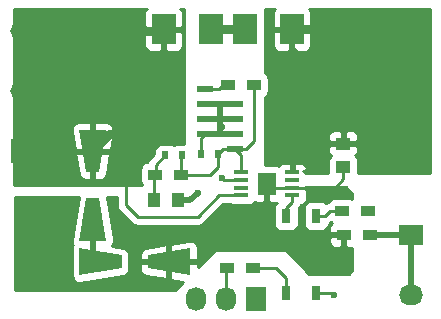
<source format=gtl>
G04 #@! TF.FileFunction,Copper,L1,Top,Signal*
%FSLAX46Y46*%
G04 Gerber Fmt 4.6, Leading zero omitted, Abs format (unit mm)*
G04 Created by KiCad (PCBNEW 0.201511171411+6319~30~ubuntu15.10.1-product) date Fr 04 Dez 2015 11:52:51 CET*
%MOMM*%
G01*
G04 APERTURE LIST*
%ADD10C,0.100000*%
%ADD11R,1.727200X2.032000*%
%ADD12O,1.727200X2.032000*%
%ADD13R,3.000000X1.727200*%
%ADD14O,3.000000X1.727200*%
%ADD15R,3.000000X2.000000*%
%ADD16R,2.032000X1.727200*%
%ADD17O,2.032000X1.727200*%
%ADD18R,2.000000X2.500000*%
%ADD19R,1.250000X1.000000*%
%ADD20R,1.000000X1.250000*%
%ADD21R,0.600000X0.700000*%
%ADD22R,1.270000X0.381000*%
%ADD23R,1.570000X1.890000*%
%ADD24R,1.399540X0.599440*%
%ADD25R,2.799080X4.000500*%
%ADD26R,1.200000X0.900000*%
%ADD27R,0.800100X1.300480*%
%ADD28C,0.600000*%
%ADD29C,1.524000*%
%ADD30C,0.508000*%
%ADD31C,0.254000*%
%ADD32C,0.762000*%
%ADD33C,2.540000*%
G04 APERTURE END LIST*
D10*
D11*
X169037000Y-85725000D03*
D12*
X166497000Y-85725000D03*
X163957000Y-85725000D03*
D13*
X181991000Y-62738000D03*
D14*
X181991000Y-67818000D03*
X181991000Y-72898000D03*
D15*
X149733000Y-73152000D03*
D14*
X149733000Y-68072000D03*
X149733000Y-62992000D03*
D16*
X182118000Y-80264000D03*
D17*
X182118000Y-85344000D03*
D10*
G36*
X163451540Y-81400650D02*
X163451540Y-83699350D01*
X159849820Y-83099910D01*
X159849820Y-82000090D01*
X163451540Y-81400650D01*
X163451540Y-81400650D01*
G37*
G36*
X154048460Y-83699350D02*
X154048460Y-81400650D01*
X157650180Y-82000090D01*
X157650180Y-83099910D01*
X154048460Y-83699350D01*
X154048460Y-83699350D01*
G37*
G36*
X154044650Y-71371460D02*
X156343350Y-71371460D01*
X155743910Y-74973180D01*
X154644090Y-74973180D01*
X154044650Y-71371460D01*
X154044650Y-71371460D01*
G37*
G36*
X156343350Y-80774540D02*
X154044650Y-80774540D01*
X154644090Y-77172820D01*
X155743910Y-77172820D01*
X156343350Y-80774540D01*
X156343350Y-80774540D01*
G37*
D18*
X172053000Y-62865000D03*
X168053000Y-62865000D03*
D19*
X176403000Y-72533000D03*
X176403000Y-74533000D03*
D20*
X160417000Y-77343000D03*
X162417000Y-77343000D03*
D21*
X165800000Y-73406000D03*
X164400000Y-73406000D03*
X161352000Y-73533000D03*
X162752000Y-73533000D03*
D22*
X167767000Y-74970640D03*
X167767000Y-75620880D03*
X167767000Y-76271120D03*
X167767000Y-76921360D03*
X172085000Y-76921360D03*
X172085000Y-76271120D03*
X172085000Y-75620880D03*
X172085000Y-74970640D03*
D23*
X169926000Y-75946000D03*
D18*
X165195000Y-62865000D03*
X161195000Y-62865000D03*
D24*
X159385000Y-71755000D03*
X164719000Y-71755000D03*
X159385000Y-70485000D03*
X159385000Y-69215000D03*
X159385000Y-67945000D03*
X164719000Y-70485000D03*
X164719000Y-69215000D03*
X164719000Y-67945000D03*
D25*
X160782000Y-69850000D03*
D24*
X172593000Y-69215000D03*
X167259000Y-69215000D03*
X172593000Y-70485000D03*
X172593000Y-71755000D03*
X172593000Y-73025000D03*
X167259000Y-70485000D03*
X167259000Y-71755000D03*
X167259000Y-73025000D03*
D25*
X171196000Y-71120000D03*
D26*
X166667000Y-67564000D03*
X168867000Y-67564000D03*
X160444000Y-75184000D03*
X162644000Y-75184000D03*
X178519000Y-78232000D03*
X176319000Y-78232000D03*
X176446000Y-80264000D03*
X178646000Y-80264000D03*
X166540000Y-83058000D03*
X168740000Y-83058000D03*
D27*
X174117000Y-85166200D03*
X171577000Y-85166200D03*
X171577000Y-78663800D03*
X174117000Y-78663800D03*
D28*
X179578000Y-72898000D03*
X179578000Y-71374000D03*
X179578000Y-69850000D03*
X179578000Y-68326000D03*
X179578000Y-66548000D03*
X174244000Y-73152000D03*
X174244000Y-71628000D03*
X174244000Y-70485000D03*
X174244000Y-69088000D03*
X172720000Y-65024000D03*
X171704000Y-65024000D03*
X170688000Y-65024000D03*
X170688000Y-66040000D03*
X171704000Y-66040000D03*
X172720000Y-66040000D03*
X172720000Y-67056000D03*
X171704000Y-67056000D03*
X170688000Y-67056000D03*
X170688000Y-68072000D03*
X171704000Y-68072000D03*
X172720000Y-68072000D03*
X161290000Y-80391000D03*
X176149000Y-82296000D03*
X164084000Y-76708000D03*
X166116000Y-75438000D03*
X166116000Y-71120000D03*
X152400000Y-66802000D03*
X152400000Y-73152000D03*
X152400000Y-71882000D03*
X152400000Y-70612000D03*
X152400000Y-69342000D03*
X152400000Y-68072000D03*
X157988000Y-69215000D03*
X157988000Y-70485000D03*
X157988000Y-68072000D03*
X157988000Y-66548000D03*
X156972000Y-66548000D03*
X156972000Y-65532000D03*
X157988000Y-65532000D03*
X159004000Y-65532000D03*
X161036000Y-66548000D03*
X160020000Y-66548000D03*
X160020000Y-65532000D03*
X161036000Y-65532000D03*
X159004000Y-66548000D03*
X175641000Y-85344000D03*
D29*
X181991000Y-62738000D02*
X178054000Y-62738000D01*
X178054000Y-62738000D02*
X177546000Y-63246000D01*
X177546000Y-63246000D02*
X177546000Y-67818000D01*
X181991000Y-72898000D02*
X179578000Y-72898000D01*
X181991000Y-67818000D02*
X180086000Y-67818000D01*
X180086000Y-67818000D02*
X179578000Y-68326000D01*
D30*
X179578000Y-71374000D02*
X179578000Y-69850000D01*
X179578000Y-68326000D02*
X179578000Y-66548000D01*
D31*
X172085000Y-74970640D02*
X172085000Y-74295000D01*
X172085000Y-74295000D02*
X172593000Y-73787000D01*
X172593000Y-73787000D02*
X172593000Y-73025000D01*
X174117000Y-73025000D02*
X174244000Y-73152000D01*
X174244000Y-71628000D02*
X174244000Y-70485000D01*
X174244000Y-69088000D02*
X174244000Y-69215000D01*
X174244000Y-69215000D02*
X174244000Y-69088000D01*
X174244000Y-69088000D02*
X174244000Y-69215000D01*
D32*
X171196000Y-71120000D02*
X171196000Y-68580000D01*
X171196000Y-68580000D02*
X170688000Y-68072000D01*
D31*
X172720000Y-69088000D02*
X172720000Y-68072000D01*
X172053000Y-64357000D02*
X172720000Y-65024000D01*
X171704000Y-65024000D02*
X170688000Y-65024000D01*
X170688000Y-66040000D02*
X171704000Y-66040000D01*
X172720000Y-66040000D02*
X172720000Y-67056000D01*
X171704000Y-67056000D02*
X170688000Y-67056000D01*
X170688000Y-68072000D02*
X171704000Y-68072000D01*
X172053000Y-64357000D02*
X172053000Y-62865000D01*
X172720000Y-69088000D02*
X172593000Y-69215000D01*
D32*
X172053000Y-62865000D02*
X177927000Y-62865000D01*
X177927000Y-62865000D02*
X178054000Y-62738000D01*
X179578000Y-72898000D02*
X179578000Y-69850000D01*
X179578000Y-69850000D02*
X177546000Y-67818000D01*
D33*
X178054000Y-62738000D02*
X177292000Y-63500000D01*
X177292000Y-63500000D02*
X177292000Y-67564000D01*
X177546000Y-67818000D02*
X177292000Y-67564000D01*
D32*
X172593000Y-73025000D02*
X174117000Y-73025000D01*
X174752000Y-72390000D02*
X174752000Y-71120000D01*
X174117000Y-73025000D02*
X174752000Y-72390000D01*
X174752000Y-71120000D02*
X174752000Y-71628000D01*
X174752000Y-71628000D02*
X174752000Y-71120000D01*
X172593000Y-71755000D02*
X174117000Y-71755000D01*
X174879000Y-70993000D02*
X174879000Y-70485000D01*
X174117000Y-71755000D02*
X174752000Y-71120000D01*
X174752000Y-71120000D02*
X174879000Y-70993000D01*
X172593000Y-70485000D02*
X174879000Y-70485000D01*
X175641000Y-69723000D02*
X175641000Y-69215000D01*
X174879000Y-70485000D02*
X175641000Y-69723000D01*
X172593000Y-69215000D02*
X174244000Y-69215000D01*
X174244000Y-69215000D02*
X175641000Y-69215000D01*
X175641000Y-69215000D02*
X175768000Y-69088000D01*
X165195000Y-62865000D02*
X168053000Y-62865000D01*
D31*
X172085000Y-76271120D02*
X170251120Y-76271120D01*
X170251120Y-76271120D02*
X169926000Y-75946000D01*
X161650680Y-82550000D02*
X161650680Y-80751680D01*
X161650680Y-80751680D02*
X161290000Y-80391000D01*
X176446000Y-80264000D02*
X176446000Y-81999000D01*
X176446000Y-81999000D02*
X176149000Y-82296000D01*
X172085000Y-76271120D02*
X174045120Y-76271120D01*
X174045120Y-76271120D02*
X174244000Y-76470000D01*
X176403000Y-74533000D02*
X176403000Y-75565000D01*
X175498000Y-76470000D02*
X174244000Y-76470000D01*
X176403000Y-75565000D02*
X175498000Y-76470000D01*
X160417000Y-77343000D02*
X160417000Y-75211000D01*
X160417000Y-75211000D02*
X160528000Y-75100000D01*
X160528000Y-75100000D02*
X160528000Y-74357000D01*
X160528000Y-74357000D02*
X161352000Y-73533000D01*
D30*
X179578000Y-80264000D02*
X178646000Y-80264000D01*
X162417000Y-77343000D02*
X163449000Y-77343000D01*
X163449000Y-77343000D02*
X164084000Y-76708000D01*
X182118000Y-80264000D02*
X182118000Y-85344000D01*
X179408000Y-80264000D02*
X179578000Y-80264000D01*
X179578000Y-80264000D02*
X182118000Y-80264000D01*
D31*
X162644000Y-75184000D02*
X165100000Y-75184000D01*
X165800000Y-74484000D02*
X165800000Y-73406000D01*
X165100000Y-75184000D02*
X165800000Y-74484000D01*
X162644000Y-75184000D02*
X162644000Y-73641000D01*
X162644000Y-73641000D02*
X162752000Y-73533000D01*
X167259000Y-73025000D02*
X166181000Y-73025000D01*
X166181000Y-73025000D02*
X165800000Y-73406000D01*
X168867000Y-67564000D02*
X168867000Y-72306000D01*
X168148000Y-73025000D02*
X167259000Y-73025000D01*
X168867000Y-72306000D02*
X168148000Y-73025000D01*
X167767000Y-74970640D02*
X167767000Y-73533000D01*
X167767000Y-73533000D02*
X167259000Y-73025000D01*
X167513000Y-73279000D02*
X167259000Y-73025000D01*
X167767000Y-75620880D02*
X166298880Y-75620880D01*
X166298880Y-75620880D02*
X166116000Y-75438000D01*
X166116000Y-71120000D02*
X165989000Y-71120000D01*
X165989000Y-71120000D02*
X166116000Y-71120000D01*
X166116000Y-71120000D02*
X165989000Y-71120000D01*
X164400000Y-73406000D02*
X164400000Y-72074000D01*
X164400000Y-72074000D02*
X164719000Y-71755000D01*
D30*
X165989000Y-70485000D02*
X165989000Y-69215000D01*
X165989000Y-69215000D02*
X165989000Y-69342000D01*
X165989000Y-69342000D02*
X165989000Y-69215000D01*
X165989000Y-71755000D02*
X165989000Y-71120000D01*
X165989000Y-71120000D02*
X165989000Y-70485000D01*
X164719000Y-71755000D02*
X165989000Y-71755000D01*
X165989000Y-71755000D02*
X167259000Y-71755000D01*
X167259000Y-70485000D02*
X165989000Y-70485000D01*
X165989000Y-70485000D02*
X164719000Y-70485000D01*
X164719000Y-69215000D02*
X165989000Y-69215000D01*
X165989000Y-69215000D02*
X167259000Y-69215000D01*
X155194000Y-78973680D02*
X155194000Y-81894680D01*
X155194000Y-81894680D02*
X155849320Y-82550000D01*
D29*
X149733000Y-73152000D02*
X152400000Y-73152000D01*
X149733000Y-62992000D02*
X153416000Y-62992000D01*
X153416000Y-62992000D02*
X153543000Y-63119000D01*
X153543000Y-63119000D02*
X153543000Y-66929000D01*
X153543000Y-66929000D02*
X152400000Y-68072000D01*
X152400000Y-68072000D02*
X149733000Y-68072000D01*
D30*
X152400000Y-66802000D02*
X152400000Y-68072000D01*
X149733000Y-73152000D02*
X152400000Y-73152000D01*
X152400000Y-71882000D02*
X152400000Y-70612000D01*
X152400000Y-69342000D02*
X152400000Y-68072000D01*
D31*
X157988000Y-68072000D02*
X157988000Y-67945000D01*
X157988000Y-67945000D02*
X157988000Y-68072000D01*
X157988000Y-68072000D02*
X157988000Y-67945000D01*
X157988000Y-66548000D02*
X156972000Y-66548000D01*
X156972000Y-65532000D02*
X157988000Y-65532000D01*
X160020000Y-66548000D02*
X159004000Y-66548000D01*
X159004000Y-65532000D02*
X160020000Y-65532000D01*
D32*
X160782000Y-69850000D02*
X160782000Y-67310000D01*
X160782000Y-67310000D02*
X161036000Y-67056000D01*
D31*
X161036000Y-67056000D02*
X161036000Y-66548000D01*
X167767000Y-76921360D02*
X165902640Y-76921360D01*
X157988000Y-77724000D02*
X157988000Y-71755000D01*
X159004000Y-78740000D02*
X157988000Y-77724000D01*
X164084000Y-78740000D02*
X159004000Y-78740000D01*
X165902640Y-76921360D02*
X164084000Y-78740000D01*
D32*
X159385000Y-67945000D02*
X157988000Y-67945000D01*
X157988000Y-67945000D02*
X153543000Y-67945000D01*
X153543000Y-67945000D02*
X153416000Y-68072000D01*
X159385000Y-69215000D02*
X157988000Y-69215000D01*
X157988000Y-69215000D02*
X154559000Y-69215000D01*
X154940000Y-69088000D02*
X154940000Y-69596000D01*
X154686000Y-69088000D02*
X154940000Y-69088000D01*
X154559000Y-69215000D02*
X154686000Y-69088000D01*
X159385000Y-70485000D02*
X157988000Y-70485000D01*
X157988000Y-70485000D02*
X155829000Y-70485000D01*
X155829000Y-70485000D02*
X154940000Y-69596000D01*
X154940000Y-69596000D02*
X153416000Y-68072000D01*
X153416000Y-62992000D02*
X161068000Y-62992000D01*
X161068000Y-62992000D02*
X161195000Y-62865000D01*
X153416000Y-68072000D02*
X153416000Y-62992000D01*
X153416000Y-68072000D02*
X153416000Y-68580000D01*
X153416000Y-68580000D02*
X153416000Y-68072000D01*
X159385000Y-71755000D02*
X157988000Y-71755000D01*
X157988000Y-71755000D02*
X156611320Y-71755000D01*
X156611320Y-71755000D02*
X155194000Y-73172320D01*
D33*
X153416000Y-68072000D02*
X153416000Y-68072000D01*
D31*
X166497000Y-85725000D02*
X166497000Y-83101000D01*
X166497000Y-83101000D02*
X166540000Y-83058000D01*
X166667000Y-67564000D02*
X166243000Y-67564000D01*
X166243000Y-67564000D02*
X165862000Y-67945000D01*
X165862000Y-67945000D02*
X164719000Y-67945000D01*
X175463200Y-85166200D02*
X174117000Y-85166200D01*
X175641000Y-85344000D02*
X175463200Y-85166200D01*
X168740000Y-83058000D02*
X170688000Y-83058000D01*
X171577000Y-83947000D02*
X171577000Y-85166200D01*
X170688000Y-83058000D02*
X171577000Y-83947000D01*
X171577000Y-78663800D02*
X171577000Y-77978000D01*
X172085000Y-77470000D02*
X172085000Y-76921360D01*
X171577000Y-77978000D02*
X172085000Y-77470000D01*
X174117000Y-78663800D02*
X174828200Y-78663800D01*
X175260000Y-78232000D02*
X176319000Y-78232000D01*
X174828200Y-78663800D02*
X175260000Y-78232000D01*
G36*
X159656673Y-61255301D02*
X159560000Y-61488690D01*
X159560000Y-62579250D01*
X159718750Y-62738000D01*
X161068000Y-62738000D01*
X161068000Y-62718000D01*
X161322000Y-62718000D01*
X161322000Y-62738000D01*
X162671250Y-62738000D01*
X162830000Y-62579250D01*
X162830000Y-61488690D01*
X162733327Y-61255301D01*
X162615025Y-61137000D01*
X162941000Y-61137000D01*
X162941000Y-72535560D01*
X162452000Y-72535560D01*
X162216683Y-72579838D01*
X162050523Y-72686759D01*
X161903890Y-72586569D01*
X161652000Y-72535560D01*
X161052000Y-72535560D01*
X160816683Y-72579838D01*
X160600559Y-72718910D01*
X160455569Y-72931110D01*
X160404560Y-73183000D01*
X160404560Y-73402810D01*
X159989185Y-73818185D01*
X159824004Y-74065395D01*
X159818853Y-74091292D01*
X159608683Y-74130838D01*
X159392559Y-74269910D01*
X159247569Y-74482110D01*
X159196560Y-74734000D01*
X159196560Y-75634000D01*
X159240838Y-75869317D01*
X159371904Y-76073000D01*
X148513000Y-76073000D01*
X148513000Y-73299320D01*
X153709161Y-73299320D01*
X154005435Y-75079472D01*
X154040928Y-75208497D01*
X154180000Y-75424621D01*
X154392200Y-75569611D01*
X154644090Y-75620620D01*
X155067000Y-75620620D01*
X155067000Y-73299320D01*
X155321000Y-73299320D01*
X155321000Y-75620620D01*
X155743910Y-75620620D01*
X155877011Y-75606791D01*
X156113034Y-75505088D01*
X156290894Y-75319571D01*
X156382565Y-75079472D01*
X156678839Y-73299320D01*
X155321000Y-73299320D01*
X155067000Y-73299320D01*
X153709161Y-73299320D01*
X148513000Y-73299320D01*
X148513000Y-71477752D01*
X153405995Y-71477752D01*
X153666888Y-73045320D01*
X155067000Y-73045320D01*
X155067000Y-70724020D01*
X155321000Y-70724020D01*
X155321000Y-73045320D01*
X156721112Y-73045320D01*
X156982005Y-71477752D01*
X156946512Y-71136143D01*
X156807440Y-70920019D01*
X156595240Y-70775029D01*
X156343350Y-70724020D01*
X155321000Y-70724020D01*
X155067000Y-70724020D01*
X154044650Y-70724020D01*
X153713503Y-70815115D01*
X153523143Y-70987782D01*
X153414958Y-71220905D01*
X153405995Y-71477752D01*
X148513000Y-71477752D01*
X148513000Y-63150750D01*
X159560000Y-63150750D01*
X159560000Y-64241310D01*
X159656673Y-64474699D01*
X159835302Y-64653327D01*
X160068691Y-64750000D01*
X160909250Y-64750000D01*
X161068000Y-64591250D01*
X161068000Y-62992000D01*
X161322000Y-62992000D01*
X161322000Y-64591250D01*
X161480750Y-64750000D01*
X162321309Y-64750000D01*
X162554698Y-64653327D01*
X162733327Y-64474699D01*
X162830000Y-64241310D01*
X162830000Y-63150750D01*
X162671250Y-62992000D01*
X161322000Y-62992000D01*
X161068000Y-62992000D01*
X159718750Y-62992000D01*
X159560000Y-63150750D01*
X148513000Y-63150750D01*
X148513000Y-61137000D01*
X159774975Y-61137000D01*
X159656673Y-61255301D01*
X159656673Y-61255301D01*
G37*
X159656673Y-61255301D02*
X159560000Y-61488690D01*
X159560000Y-62579250D01*
X159718750Y-62738000D01*
X161068000Y-62738000D01*
X161068000Y-62718000D01*
X161322000Y-62718000D01*
X161322000Y-62738000D01*
X162671250Y-62738000D01*
X162830000Y-62579250D01*
X162830000Y-61488690D01*
X162733327Y-61255301D01*
X162615025Y-61137000D01*
X162941000Y-61137000D01*
X162941000Y-72535560D01*
X162452000Y-72535560D01*
X162216683Y-72579838D01*
X162050523Y-72686759D01*
X161903890Y-72586569D01*
X161652000Y-72535560D01*
X161052000Y-72535560D01*
X160816683Y-72579838D01*
X160600559Y-72718910D01*
X160455569Y-72931110D01*
X160404560Y-73183000D01*
X160404560Y-73402810D01*
X159989185Y-73818185D01*
X159824004Y-74065395D01*
X159818853Y-74091292D01*
X159608683Y-74130838D01*
X159392559Y-74269910D01*
X159247569Y-74482110D01*
X159196560Y-74734000D01*
X159196560Y-75634000D01*
X159240838Y-75869317D01*
X159371904Y-76073000D01*
X148513000Y-76073000D01*
X148513000Y-73299320D01*
X153709161Y-73299320D01*
X154005435Y-75079472D01*
X154040928Y-75208497D01*
X154180000Y-75424621D01*
X154392200Y-75569611D01*
X154644090Y-75620620D01*
X155067000Y-75620620D01*
X155067000Y-73299320D01*
X155321000Y-73299320D01*
X155321000Y-75620620D01*
X155743910Y-75620620D01*
X155877011Y-75606791D01*
X156113034Y-75505088D01*
X156290894Y-75319571D01*
X156382565Y-75079472D01*
X156678839Y-73299320D01*
X155321000Y-73299320D01*
X155067000Y-73299320D01*
X153709161Y-73299320D01*
X148513000Y-73299320D01*
X148513000Y-71477752D01*
X153405995Y-71477752D01*
X153666888Y-73045320D01*
X155067000Y-73045320D01*
X155067000Y-70724020D01*
X155321000Y-70724020D01*
X155321000Y-73045320D01*
X156721112Y-73045320D01*
X156982005Y-71477752D01*
X156946512Y-71136143D01*
X156807440Y-70920019D01*
X156595240Y-70775029D01*
X156343350Y-70724020D01*
X155321000Y-70724020D01*
X155067000Y-70724020D01*
X154044650Y-70724020D01*
X153713503Y-70815115D01*
X153523143Y-70987782D01*
X153414958Y-71220905D01*
X153405995Y-71477752D01*
X148513000Y-71477752D01*
X148513000Y-63150750D01*
X159560000Y-63150750D01*
X159560000Y-64241310D01*
X159656673Y-64474699D01*
X159835302Y-64653327D01*
X160068691Y-64750000D01*
X160909250Y-64750000D01*
X161068000Y-64591250D01*
X161068000Y-62992000D01*
X161322000Y-62992000D01*
X161322000Y-64591250D01*
X161480750Y-64750000D01*
X162321309Y-64750000D01*
X162554698Y-64653327D01*
X162733327Y-64474699D01*
X162830000Y-64241310D01*
X162830000Y-63150750D01*
X162671250Y-62992000D01*
X161322000Y-62992000D01*
X161068000Y-62992000D01*
X159718750Y-62992000D01*
X159560000Y-63150750D01*
X148513000Y-63150750D01*
X148513000Y-61137000D01*
X159774975Y-61137000D01*
X159656673Y-61255301D01*
G36*
X170514673Y-61255301D02*
X170418000Y-61488690D01*
X170418000Y-62579250D01*
X170576750Y-62738000D01*
X171926000Y-62738000D01*
X171926000Y-62718000D01*
X172180000Y-62718000D01*
X172180000Y-62738000D01*
X173529250Y-62738000D01*
X173688000Y-62579250D01*
X173688000Y-61488690D01*
X173591327Y-61255301D01*
X173473025Y-61137000D01*
X183719000Y-61137000D01*
X183719000Y-75057000D01*
X177670580Y-75057000D01*
X177675440Y-75033000D01*
X177675440Y-74033000D01*
X177631162Y-73797683D01*
X177492090Y-73581559D01*
X177423994Y-73535031D01*
X177566327Y-73392698D01*
X177663000Y-73159309D01*
X177663000Y-72818750D01*
X177504250Y-72660000D01*
X176530000Y-72660000D01*
X176530000Y-72680000D01*
X176276000Y-72680000D01*
X176276000Y-72660000D01*
X175301750Y-72660000D01*
X175143000Y-72818750D01*
X175143000Y-73159309D01*
X175239673Y-73392698D01*
X175380910Y-73533936D01*
X175326559Y-73568910D01*
X175181569Y-73781110D01*
X175130560Y-74033000D01*
X175130560Y-75033000D01*
X175135076Y-75057000D01*
X173234321Y-75057000D01*
X173184090Y-74978939D01*
X173032541Y-74875390D01*
X173196250Y-74875390D01*
X173355000Y-74716640D01*
X173355000Y-74653831D01*
X173258327Y-74420442D01*
X173079699Y-74241813D01*
X172846310Y-74145140D01*
X172370750Y-74145140D01*
X172212000Y-74303890D01*
X172212000Y-74782940D01*
X171958000Y-74782940D01*
X171958000Y-74303890D01*
X171799250Y-74145140D01*
X171323690Y-74145140D01*
X171090301Y-74241813D01*
X170933498Y-74398617D01*
X170711000Y-74353560D01*
X169799000Y-74353560D01*
X169799000Y-71906691D01*
X175143000Y-71906691D01*
X175143000Y-72247250D01*
X175301750Y-72406000D01*
X176276000Y-72406000D01*
X176276000Y-71556750D01*
X176530000Y-71556750D01*
X176530000Y-72406000D01*
X177504250Y-72406000D01*
X177663000Y-72247250D01*
X177663000Y-71906691D01*
X177566327Y-71673302D01*
X177387699Y-71494673D01*
X177154310Y-71398000D01*
X176688750Y-71398000D01*
X176530000Y-71556750D01*
X176276000Y-71556750D01*
X176117250Y-71398000D01*
X175651690Y-71398000D01*
X175418301Y-71494673D01*
X175239673Y-71673302D01*
X175143000Y-71906691D01*
X169799000Y-71906691D01*
X169799000Y-68554948D01*
X169918441Y-68478090D01*
X170063431Y-68265890D01*
X170114440Y-68014000D01*
X170114440Y-67114000D01*
X170070162Y-66878683D01*
X169931090Y-66662559D01*
X169799000Y-66572306D01*
X169799000Y-63150750D01*
X170418000Y-63150750D01*
X170418000Y-64241310D01*
X170514673Y-64474699D01*
X170693302Y-64653327D01*
X170926691Y-64750000D01*
X171767250Y-64750000D01*
X171926000Y-64591250D01*
X171926000Y-62992000D01*
X172180000Y-62992000D01*
X172180000Y-64591250D01*
X172338750Y-64750000D01*
X173179309Y-64750000D01*
X173412698Y-64653327D01*
X173591327Y-64474699D01*
X173688000Y-64241310D01*
X173688000Y-63150750D01*
X173529250Y-62992000D01*
X172180000Y-62992000D01*
X171926000Y-62992000D01*
X170576750Y-62992000D01*
X170418000Y-63150750D01*
X169799000Y-63150750D01*
X169799000Y-61137000D01*
X170632975Y-61137000D01*
X170514673Y-61255301D01*
X170514673Y-61255301D01*
G37*
X170514673Y-61255301D02*
X170418000Y-61488690D01*
X170418000Y-62579250D01*
X170576750Y-62738000D01*
X171926000Y-62738000D01*
X171926000Y-62718000D01*
X172180000Y-62718000D01*
X172180000Y-62738000D01*
X173529250Y-62738000D01*
X173688000Y-62579250D01*
X173688000Y-61488690D01*
X173591327Y-61255301D01*
X173473025Y-61137000D01*
X183719000Y-61137000D01*
X183719000Y-75057000D01*
X177670580Y-75057000D01*
X177675440Y-75033000D01*
X177675440Y-74033000D01*
X177631162Y-73797683D01*
X177492090Y-73581559D01*
X177423994Y-73535031D01*
X177566327Y-73392698D01*
X177663000Y-73159309D01*
X177663000Y-72818750D01*
X177504250Y-72660000D01*
X176530000Y-72660000D01*
X176530000Y-72680000D01*
X176276000Y-72680000D01*
X176276000Y-72660000D01*
X175301750Y-72660000D01*
X175143000Y-72818750D01*
X175143000Y-73159309D01*
X175239673Y-73392698D01*
X175380910Y-73533936D01*
X175326559Y-73568910D01*
X175181569Y-73781110D01*
X175130560Y-74033000D01*
X175130560Y-75033000D01*
X175135076Y-75057000D01*
X173234321Y-75057000D01*
X173184090Y-74978939D01*
X173032541Y-74875390D01*
X173196250Y-74875390D01*
X173355000Y-74716640D01*
X173355000Y-74653831D01*
X173258327Y-74420442D01*
X173079699Y-74241813D01*
X172846310Y-74145140D01*
X172370750Y-74145140D01*
X172212000Y-74303890D01*
X172212000Y-74782940D01*
X171958000Y-74782940D01*
X171958000Y-74303890D01*
X171799250Y-74145140D01*
X171323690Y-74145140D01*
X171090301Y-74241813D01*
X170933498Y-74398617D01*
X170711000Y-74353560D01*
X169799000Y-74353560D01*
X169799000Y-71906691D01*
X175143000Y-71906691D01*
X175143000Y-72247250D01*
X175301750Y-72406000D01*
X176276000Y-72406000D01*
X176276000Y-71556750D01*
X176530000Y-71556750D01*
X176530000Y-72406000D01*
X177504250Y-72406000D01*
X177663000Y-72247250D01*
X177663000Y-71906691D01*
X177566327Y-71673302D01*
X177387699Y-71494673D01*
X177154310Y-71398000D01*
X176688750Y-71398000D01*
X176530000Y-71556750D01*
X176276000Y-71556750D01*
X176117250Y-71398000D01*
X175651690Y-71398000D01*
X175418301Y-71494673D01*
X175239673Y-71673302D01*
X175143000Y-71906691D01*
X169799000Y-71906691D01*
X169799000Y-68554948D01*
X169918441Y-68478090D01*
X170063431Y-68265890D01*
X170114440Y-68014000D01*
X170114440Y-67114000D01*
X170070162Y-66878683D01*
X169931090Y-66662559D01*
X169799000Y-66572306D01*
X169799000Y-63150750D01*
X170418000Y-63150750D01*
X170418000Y-64241310D01*
X170514673Y-64474699D01*
X170693302Y-64653327D01*
X170926691Y-64750000D01*
X171767250Y-64750000D01*
X171926000Y-64591250D01*
X171926000Y-62992000D01*
X172180000Y-62992000D01*
X172180000Y-64591250D01*
X172338750Y-64750000D01*
X173179309Y-64750000D01*
X173412698Y-64653327D01*
X173591327Y-64474699D01*
X173688000Y-64241310D01*
X173688000Y-63150750D01*
X173529250Y-62992000D01*
X172180000Y-62992000D01*
X171926000Y-62992000D01*
X170576750Y-62992000D01*
X170418000Y-63150750D01*
X169799000Y-63150750D01*
X169799000Y-61137000D01*
X170632975Y-61137000D01*
X170514673Y-61255301D01*
G36*
X170053000Y-77367250D02*
X170211750Y-77526000D01*
X170761982Y-77526000D01*
X170725509Y-77549470D01*
X170580519Y-77761670D01*
X170529510Y-78013560D01*
X170529510Y-79314040D01*
X170573788Y-79549357D01*
X170712860Y-79765481D01*
X170925060Y-79910471D01*
X171176950Y-79961480D01*
X171977050Y-79961480D01*
X172212367Y-79917202D01*
X172428491Y-79778130D01*
X172573481Y-79565930D01*
X172624490Y-79314040D01*
X172624490Y-78013560D01*
X172623632Y-78008999D01*
X172623815Y-78008816D01*
X172788996Y-77761605D01*
X172792155Y-77745723D01*
X172955317Y-77715022D01*
X173171441Y-77575950D01*
X173316431Y-77363750D01*
X173367440Y-77111860D01*
X173367440Y-76730860D01*
X173345061Y-76611925D01*
X173355000Y-76587929D01*
X173355000Y-76525120D01*
X173319081Y-76489201D01*
X173184090Y-76279419D01*
X173173627Y-76272270D01*
X173223007Y-76200000D01*
X176604394Y-76200000D01*
X177165000Y-76760606D01*
X177165000Y-77184376D01*
X176919000Y-77134560D01*
X175719000Y-77134560D01*
X175483683Y-77178838D01*
X175267559Y-77317910D01*
X175148484Y-77492182D01*
X174978470Y-77526000D01*
X174968395Y-77528004D01*
X174949595Y-77540565D01*
X174768940Y-77417129D01*
X174517050Y-77366120D01*
X173716950Y-77366120D01*
X173481633Y-77410398D01*
X173265509Y-77549470D01*
X173120519Y-77761670D01*
X173069510Y-78013560D01*
X173069510Y-79314040D01*
X173113788Y-79549357D01*
X173252860Y-79765481D01*
X173465060Y-79910471D01*
X173716950Y-79961480D01*
X174517050Y-79961480D01*
X174752367Y-79917202D01*
X174968491Y-79778130D01*
X175113481Y-79565930D01*
X175158893Y-79341678D01*
X175361522Y-79206286D01*
X175467110Y-79278431D01*
X175480776Y-79281199D01*
X175307673Y-79454301D01*
X175211000Y-79687690D01*
X175211000Y-79978250D01*
X175369750Y-80137000D01*
X176319000Y-80137000D01*
X176319000Y-80117000D01*
X176573000Y-80117000D01*
X176573000Y-80137000D01*
X176593000Y-80137000D01*
X176593000Y-80391000D01*
X176573000Y-80391000D01*
X176573000Y-81190250D01*
X176731750Y-81349000D01*
X177165000Y-81349000D01*
X177165000Y-83259394D01*
X176858394Y-83566000D01*
X173534606Y-83566000D01*
X171539803Y-81571197D01*
X171497789Y-81543334D01*
X171450000Y-81534000D01*
X165608000Y-81534000D01*
X165558590Y-81544006D01*
X165518197Y-81571197D01*
X164098980Y-82990414D01*
X164098980Y-82677000D01*
X161777680Y-82677000D01*
X161777680Y-84077112D01*
X162836124Y-84253270D01*
X162126394Y-84963000D01*
X148590000Y-84963000D01*
X148590000Y-77089000D01*
X154001695Y-77089000D01*
X153405995Y-80668248D01*
X153441488Y-81009857D01*
X153492631Y-81089336D01*
X153452029Y-81148760D01*
X153401020Y-81400650D01*
X153401020Y-83699350D01*
X153492115Y-84030497D01*
X153664782Y-84220857D01*
X153897905Y-84329042D01*
X154154752Y-84338005D01*
X157756472Y-83738565D01*
X157885497Y-83703072D01*
X158101621Y-83564000D01*
X158246611Y-83351800D01*
X158297620Y-83099910D01*
X158297620Y-82677000D01*
X159202380Y-82677000D01*
X159202380Y-83099910D01*
X159216209Y-83233011D01*
X159317912Y-83469034D01*
X159503429Y-83646894D01*
X159743528Y-83738565D01*
X161523680Y-84034839D01*
X161523680Y-82677000D01*
X159202380Y-82677000D01*
X158297620Y-82677000D01*
X158297620Y-82000090D01*
X159202380Y-82000090D01*
X159202380Y-82423000D01*
X161523680Y-82423000D01*
X161523680Y-81065161D01*
X159743528Y-81361435D01*
X159614503Y-81396928D01*
X159398379Y-81536000D01*
X159253389Y-81748200D01*
X159202380Y-82000090D01*
X158297620Y-82000090D01*
X158283791Y-81866989D01*
X158182088Y-81630966D01*
X157996571Y-81453106D01*
X157756472Y-81361435D01*
X156813786Y-81204542D01*
X156864857Y-81158218D01*
X156927659Y-81022888D01*
X161777680Y-81022888D01*
X161777680Y-82423000D01*
X164098980Y-82423000D01*
X164098980Y-81400650D01*
X164007885Y-81069503D01*
X163835218Y-80879143D01*
X163602095Y-80770958D01*
X163345248Y-80761995D01*
X161777680Y-81022888D01*
X156927659Y-81022888D01*
X156973042Y-80925095D01*
X156982005Y-80668248D01*
X156962284Y-80549750D01*
X175211000Y-80549750D01*
X175211000Y-80840310D01*
X175307673Y-81073699D01*
X175486302Y-81252327D01*
X175719691Y-81349000D01*
X176160250Y-81349000D01*
X176319000Y-81190250D01*
X176319000Y-80391000D01*
X175369750Y-80391000D01*
X175211000Y-80549750D01*
X156962284Y-80549750D01*
X156386305Y-77089000D01*
X157226000Y-77089000D01*
X157226000Y-77724000D01*
X157284004Y-78015605D01*
X157304979Y-78046996D01*
X157449185Y-78262815D01*
X158465185Y-79278815D01*
X158712395Y-79443996D01*
X159004000Y-79502000D01*
X164084000Y-79502000D01*
X164375605Y-79443996D01*
X164622815Y-79278815D01*
X166218271Y-77683360D01*
X166843622Y-77683360D01*
X166880110Y-77708291D01*
X167132000Y-77759300D01*
X168402000Y-77759300D01*
X168637317Y-77715022D01*
X168853441Y-77575950D01*
X168915612Y-77484960D01*
X169014690Y-77526000D01*
X169640250Y-77526000D01*
X169799000Y-77367250D01*
X169799000Y-76200000D01*
X170053000Y-76200000D01*
X170053000Y-77367250D01*
X170053000Y-77367250D01*
G37*
X170053000Y-77367250D02*
X170211750Y-77526000D01*
X170761982Y-77526000D01*
X170725509Y-77549470D01*
X170580519Y-77761670D01*
X170529510Y-78013560D01*
X170529510Y-79314040D01*
X170573788Y-79549357D01*
X170712860Y-79765481D01*
X170925060Y-79910471D01*
X171176950Y-79961480D01*
X171977050Y-79961480D01*
X172212367Y-79917202D01*
X172428491Y-79778130D01*
X172573481Y-79565930D01*
X172624490Y-79314040D01*
X172624490Y-78013560D01*
X172623632Y-78008999D01*
X172623815Y-78008816D01*
X172788996Y-77761605D01*
X172792155Y-77745723D01*
X172955317Y-77715022D01*
X173171441Y-77575950D01*
X173316431Y-77363750D01*
X173367440Y-77111860D01*
X173367440Y-76730860D01*
X173345061Y-76611925D01*
X173355000Y-76587929D01*
X173355000Y-76525120D01*
X173319081Y-76489201D01*
X173184090Y-76279419D01*
X173173627Y-76272270D01*
X173223007Y-76200000D01*
X176604394Y-76200000D01*
X177165000Y-76760606D01*
X177165000Y-77184376D01*
X176919000Y-77134560D01*
X175719000Y-77134560D01*
X175483683Y-77178838D01*
X175267559Y-77317910D01*
X175148484Y-77492182D01*
X174978470Y-77526000D01*
X174968395Y-77528004D01*
X174949595Y-77540565D01*
X174768940Y-77417129D01*
X174517050Y-77366120D01*
X173716950Y-77366120D01*
X173481633Y-77410398D01*
X173265509Y-77549470D01*
X173120519Y-77761670D01*
X173069510Y-78013560D01*
X173069510Y-79314040D01*
X173113788Y-79549357D01*
X173252860Y-79765481D01*
X173465060Y-79910471D01*
X173716950Y-79961480D01*
X174517050Y-79961480D01*
X174752367Y-79917202D01*
X174968491Y-79778130D01*
X175113481Y-79565930D01*
X175158893Y-79341678D01*
X175361522Y-79206286D01*
X175467110Y-79278431D01*
X175480776Y-79281199D01*
X175307673Y-79454301D01*
X175211000Y-79687690D01*
X175211000Y-79978250D01*
X175369750Y-80137000D01*
X176319000Y-80137000D01*
X176319000Y-80117000D01*
X176573000Y-80117000D01*
X176573000Y-80137000D01*
X176593000Y-80137000D01*
X176593000Y-80391000D01*
X176573000Y-80391000D01*
X176573000Y-81190250D01*
X176731750Y-81349000D01*
X177165000Y-81349000D01*
X177165000Y-83259394D01*
X176858394Y-83566000D01*
X173534606Y-83566000D01*
X171539803Y-81571197D01*
X171497789Y-81543334D01*
X171450000Y-81534000D01*
X165608000Y-81534000D01*
X165558590Y-81544006D01*
X165518197Y-81571197D01*
X164098980Y-82990414D01*
X164098980Y-82677000D01*
X161777680Y-82677000D01*
X161777680Y-84077112D01*
X162836124Y-84253270D01*
X162126394Y-84963000D01*
X148590000Y-84963000D01*
X148590000Y-77089000D01*
X154001695Y-77089000D01*
X153405995Y-80668248D01*
X153441488Y-81009857D01*
X153492631Y-81089336D01*
X153452029Y-81148760D01*
X153401020Y-81400650D01*
X153401020Y-83699350D01*
X153492115Y-84030497D01*
X153664782Y-84220857D01*
X153897905Y-84329042D01*
X154154752Y-84338005D01*
X157756472Y-83738565D01*
X157885497Y-83703072D01*
X158101621Y-83564000D01*
X158246611Y-83351800D01*
X158297620Y-83099910D01*
X158297620Y-82677000D01*
X159202380Y-82677000D01*
X159202380Y-83099910D01*
X159216209Y-83233011D01*
X159317912Y-83469034D01*
X159503429Y-83646894D01*
X159743528Y-83738565D01*
X161523680Y-84034839D01*
X161523680Y-82677000D01*
X159202380Y-82677000D01*
X158297620Y-82677000D01*
X158297620Y-82000090D01*
X159202380Y-82000090D01*
X159202380Y-82423000D01*
X161523680Y-82423000D01*
X161523680Y-81065161D01*
X159743528Y-81361435D01*
X159614503Y-81396928D01*
X159398379Y-81536000D01*
X159253389Y-81748200D01*
X159202380Y-82000090D01*
X158297620Y-82000090D01*
X158283791Y-81866989D01*
X158182088Y-81630966D01*
X157996571Y-81453106D01*
X157756472Y-81361435D01*
X156813786Y-81204542D01*
X156864857Y-81158218D01*
X156927659Y-81022888D01*
X161777680Y-81022888D01*
X161777680Y-82423000D01*
X164098980Y-82423000D01*
X164098980Y-81400650D01*
X164007885Y-81069503D01*
X163835218Y-80879143D01*
X163602095Y-80770958D01*
X163345248Y-80761995D01*
X161777680Y-81022888D01*
X156927659Y-81022888D01*
X156973042Y-80925095D01*
X156982005Y-80668248D01*
X156962284Y-80549750D01*
X175211000Y-80549750D01*
X175211000Y-80840310D01*
X175307673Y-81073699D01*
X175486302Y-81252327D01*
X175719691Y-81349000D01*
X176160250Y-81349000D01*
X176319000Y-81190250D01*
X176319000Y-80391000D01*
X175369750Y-80391000D01*
X175211000Y-80549750D01*
X156962284Y-80549750D01*
X156386305Y-77089000D01*
X157226000Y-77089000D01*
X157226000Y-77724000D01*
X157284004Y-78015605D01*
X157304979Y-78046996D01*
X157449185Y-78262815D01*
X158465185Y-79278815D01*
X158712395Y-79443996D01*
X159004000Y-79502000D01*
X164084000Y-79502000D01*
X164375605Y-79443996D01*
X164622815Y-79278815D01*
X166218271Y-77683360D01*
X166843622Y-77683360D01*
X166880110Y-77708291D01*
X167132000Y-77759300D01*
X168402000Y-77759300D01*
X168637317Y-77715022D01*
X168853441Y-77575950D01*
X168915612Y-77484960D01*
X169014690Y-77526000D01*
X169640250Y-77526000D01*
X169799000Y-77367250D01*
X169799000Y-76200000D01*
X170053000Y-76200000D01*
X170053000Y-77367250D01*
M02*

</source>
